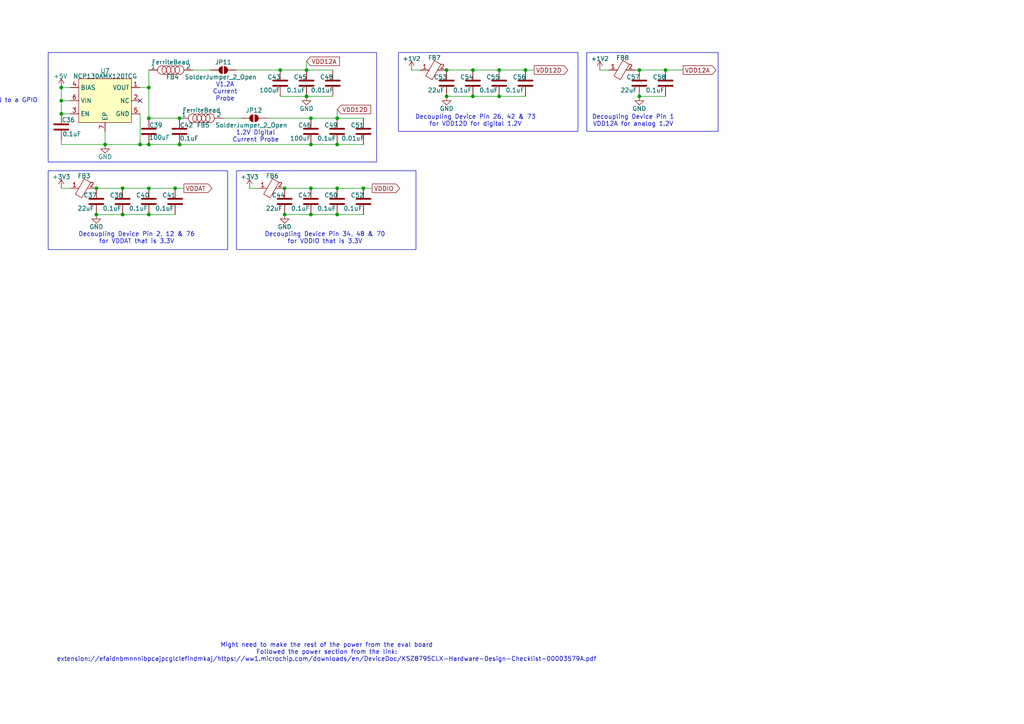
<source format=kicad_sch>
(kicad_sch (version 20250114) (generator "eeschema") (generator_version "9.0")
  (paper "A4")
  (title_block (date "2025-04-01") (rev "1") (company "Bronco Space") (comment 1 "SCALES") (comment 2 "By John Pollak"))
  (lib_symbols
    (symbol "CBW321609U101T_1"
      (property "Reference" "FB" (at 0 -0.254 0))
      (property "Value" "CBW321609U101T" (at 0 -5.08 0))
      (symbol "CBW321609U101T_1_0_1"
        (polyline (pts (xy -1.27 0) (xy -1.2954 0)))
        (polyline (pts (xy -0.4064 -2.7686) (xy -2.2606 -1.7018) (xy 0.3048 2.7686) (xy 2.159 1.6764) (xy -0.4064 -2.7686)))
        (polyline (pts (xy 1.27 0) (xy 1.2192 0)))
      )
      (symbol "CBW321609U101T_1_1_1"
        (pin unspecified line (at -3.81 0 0) (length 2.54) (name "~") (number "1"))
        (pin unspecified line (at 3.81 0 180) (length 2.54) (name "~") (number "2"))
      )
    )
    (symbol "Device:C" (pin_numbers (hide yes)) (pin_names (offset 0.254))
      (property "Reference" "C" (at 0.635 2.54 0))
      (property "Value" "C" (at 0.635 -2.54 0))
      (symbol "C_0_1"
        (polyline (pts (xy -2.032 0.762) (xy 2.032 0.762)) (stroke (width 0.508)))
        (polyline (pts (xy -2.032 -0.762) (xy 2.032 -0.762)) (stroke (width 0.508)))
      )
      (symbol "C_1_1"
        (pin passive line (at 0 3.81 270) (length 2.794) (name "~") (number "1"))
        (pin passive line (at 0 -3.81 90) (length 2.794) (name "~") (number "2"))
      )
    )
    (symbol "FerriteBead_1" (pin_numbers (hide yes)) (pin_names (offset 0))
      (property "Reference" "FB2" (at 0 2.032 0))
      (property "Value" "FerriteBead" (at 0.254 -2.286 0))
      (symbol "FerriteBead_1_0_1"
        (circle (center -2.54 0) (radius 1.27))
        (circle (center -1.27 0) (radius 1.27))
        (polyline (pts (xy 0 0) (xy -0.0254 0)))
        (circle (center 0 0) (radius 1.27))
        (circle (center 1.27 0) (radius 1.27))
        (polyline (pts (xy 2.54 0) (xy 2.4892 0)))
        (circle (center 2.54 0) (radius 1.27))
      )
      (symbol "FerriteBead_1_1_1"
        (pin passive line (at -6.35 0 0) (length 2.54) (name "1") (number "1"))
        (pin passive line (at 6.35 0 180) (length 2.54) (name "2") (number "2"))
      )
    )
    (symbol "SolderJumper_2_Open_1" (pin_numbers (hide yes)) (pin_names (offset 0) (hide yes)) (exclude_from_sim yes) (in_bom no)
      (property "Reference" "JP5" (at 0 -2.286 0))
      (property "Value" "SolderJumper_2_Open" (at 0.762 2.032 0))
      (symbol "SolderJumper_2_Open_1_0_1"
        (polyline (pts (xy -0.254 1.016) (xy -0.254 -1.016)))
        (arc (start -0.254 -1.016) (mid -1.2656 0) (end -0.254 1.016))
        (arc (start -0.254 -1.016) (mid -1.2656 0) (end -0.254 1.016) (fill (type outline)))
        (arc (start 0.254 1.016) (mid 1.2656 0) (end 0.254 -1.016))
        (arc (start 0.254 1.016) (mid 1.2656 0) (end 0.254 -1.016) (fill (type outline)))
        (polyline (pts (xy 0.254 1.016) (xy 0.254 -1.016)))
      )
      (symbol "SolderJumper_2_Open_1_1_1"
        (pin passive line (at -3.81 0 0) (length 2.54) (name "A") (number "1"))
        (pin passive line (at 3.81 0 180) (length 2.54) (name "B") (number "2"))
      )
    )
    (symbol "easyeda2kicad_local:NCP130AMX120TCG"
      (property "Reference" "U7" (at 0 9.906 0))
      (property "Value" "NCP130AMX120TCG" (at 0 8.382 0))
      (symbol "NCP130AMX120TCG_0_1"
        (rectangle (start -7.62 7.62) (end 7.62 -5.08) (fill (type background)))
        (pin unspecified line (at -10.16 5.08 0) (length 2.54) (name "BIAS") (number "4"))
        (pin unspecified line (at -10.16 -2.54 0) (length 2.54) (name "EN") (number "3"))
        (pin unspecified line (at 10.16 1.27 180) (length 2.54) (name "NC") (number "2"))
        (pin unspecified line (at 10.16 -2.54 180) (length 2.54) (name "GND") (number "5"))
      )
      (symbol "NCP130AMX120TCG_1_1"
        (pin unspecified line (at -10.16 1.27 0) (length 2.54) (name "VIN") (number "6"))
        (pin unspecified line (at 0 -7.62 90) (length 2.54) (name "EP") (number "7"))
        (pin unspecified line (at 10.16 5.08 180) (length 2.54) (name "VOUT") (number "1"))
      )
    )
    (symbol "power:+5V" (power) (pin_numbers (hide yes)) (pin_names (offset 0) (hide yes))
      (property "Value" "+5V" (at 0 3.556 0))
      (symbol "+5V_0_1"
        (polyline (pts (xy -0.762 1.27) (xy 0 2.54)))
        (polyline (pts (xy 0 2.54) (xy 0.762 1.27)))
        (polyline (pts (xy 0 0) (xy 0 2.54)))
      )
      (symbol "+5V_1_1"
        (pin power_in line (at 0 0 90) (length 0) (name "~") (number "1"))
      )
    )
    (symbol "power:GND" (power) (pin_numbers (hide yes)) (pin_names (offset 0) (hide yes))
      (property "Value" "GND" (at 0 -3.81 0))
      (symbol "GND_0_1"
        (polyline (pts (xy 0 0) (xy 0 -1.27) (xy 1.27 -1.27) (xy 0 -2.54) (xy -1.27 -1.27) (xy 0 -1.27)))
      )
      (symbol "GND_1_1"
        (pin power_in line (at 0 0 270) (length 0) (name "~") (number "1"))
      )
    )
    (symbol "power:VPP" (power) (pin_numbers (hide yes)) (pin_names (offset 0) (hide yes))
      (property "Value" "VPP" (at 0 3.556 0))
      (symbol "VPP_0_1"
        (polyline (pts (xy -0.762 1.27) (xy 0 2.54)))
        (polyline (pts (xy 0 2.54) (xy 0.762 1.27)))
        (polyline (pts (xy 0 0) (xy 0 2.54)))
      )
      (symbol "VPP_1_1"
        (pin power_in line (at 0 0 90) (length 0) (name "~") (number "1"))
      )
    )
  )
  (rectangle (start 170.18 15.24) (end 208.28 38.1))
  (rectangle (start 68.58 49.53) (end 120.65 72.39))
  (rectangle (start 13.97 15.24) (end 109.22 46.99))
  (rectangle (start 13.97 49.53) (end 66.04 72.39))
  (rectangle (start 115.57 15.24) (end 167.64 38.1))
  (text "Decoupling Device Pin 34, 48 & 70\nfor VDDIO that is 3.3V" (at 94.234 69.088 0) (effects (font (size 1.27 1.27))))
  (text "Might need to make the rest of the power from the eval board\nFollowed the power section from the link:\nextension://efaidnbmnnnibpcajpcglclefindmkaj/https://ww1.microchip.com/downloads/en/DeviceDoc/KSZ8795CLX-Hardware-Design-Checklist-00003579A.pdf" (at 94.742 189.23 0) (effects (font (size 1.27 1.27))))
  (text "Decoupling Device Pin 26, 42 & 73\nfor VDD12D for digital 1.2V" (at 137.922 35.052 0) (effects (font (size 1.27 1.27))))
  (text "Decoupling Device Pin 1\nVDD12A for analog 1.2V" (at 183.642 35.052 0) (effects (font (size 1.27 1.27))))
  (text "V1.2A\nCurrent\nProbe" (at 65.278 26.67 0) (effects (font (size 1.27 1.27))))
  (text "1.2V Digital\nCurrent Probe" (at 74.168 39.624 0) (effects (font (size 1.27 1.27))))
  (text "Decoupling Device Pin 2, 12 & 76\nfor VDDAT that is 3.3V" (at 39.624 69.088 0) (effects (font (size 1.27 1.27))))
  (text "tie the EN to a GPIO\n" (at 0.762 29.21 0) (effects (font (size 1.27 1.27))))
  (junction (at 90.17 41.91))
  (junction (at 35.56 62.23))
  (junction (at 43.18 41.91))
  (junction (at 193.04 20.32))
  (junction (at 90.17 34.29))
  (junction (at 152.4 20.32))
  (junction (at 27.94 54.61))
  (junction (at 52.07 34.29))
  (junction (at 82.55 54.61))
  (junction (at 17.78 33.02))
  (junction (at 40.64 41.91))
  (junction (at 17.78 29.21))
  (junction (at 97.79 62.23))
  (junction (at 144.78 27.94))
  (junction (at 90.17 54.61))
  (junction (at 43.18 25.4))
  (junction (at 82.55 62.23))
  (junction (at 88.9 27.94))
  (junction (at 185.42 27.94))
  (junction (at 90.17 62.23))
  (junction (at 27.94 62.23))
  (junction (at 144.78 20.32))
  (junction (at 52.07 41.91))
  (junction (at 129.54 20.32))
  (junction (at 43.18 54.61))
  (junction (at 43.18 34.29))
  (junction (at 185.42 20.32))
  (junction (at 35.56 54.61))
  (junction (at 17.78 25.4))
  (junction (at 97.79 41.91))
  (junction (at 105.41 54.61))
  (junction (at 88.9 20.32))
  (junction (at 129.54 27.94))
  (junction (at 81.28 20.32))
  (junction (at 97.79 34.29))
  (junction (at 30.48 41.91))
  (junction (at 137.16 27.94))
  (junction (at 50.8 54.61))
  (junction (at 43.18 62.23))
  (junction (at 137.16 20.32))
  (junction (at 97.79 54.61))
  (no_connect (at 40.64 29.21))
  (wire (pts (xy 97.79 34.29) (xy 105.41 34.29)))
  (wire (pts (xy 77.47 34.29) (xy 90.17 34.29)))
  (wire (pts (xy 137.16 20.32) (xy 144.78 20.32)))
  (wire (pts (xy 35.56 62.23) (xy 43.18 62.23)))
  (wire (pts (xy 55.88 20.32) (xy 60.96 20.32)))
  (wire (pts (xy 97.79 41.91) (xy 105.41 41.91)))
  (wire (pts (xy 40.64 25.4) (xy 43.18 25.4)))
  (wire (pts (xy 40.64 33.02) (xy 40.64 41.91)))
  (wire (pts (xy 27.94 54.61) (xy 35.56 54.61)))
  (wire (pts (xy 17.78 40.64) (xy 17.78 41.91)))
  (wire (pts (xy 90.17 54.61) (xy 97.79 54.61)))
  (wire (pts (xy 17.78 25.4) (xy 17.78 29.21)))
  (wire (pts (xy 88.9 27.94) (xy 96.52 27.94)))
  (wire (pts (xy 90.17 62.23) (xy 97.79 62.23)))
  (wire (pts (xy 107.95 54.61) (xy 105.41 54.61)))
  (wire (pts (xy 185.42 20.32) (xy 193.04 20.32)))
  (wire (pts (xy 82.55 54.61) (xy 90.17 54.61)))
  (wire (pts (xy 90.17 34.29) (xy 97.79 34.29)))
  (wire (pts (xy 82.55 62.23) (xy 90.17 62.23)))
  (wire (pts (xy 129.54 27.94) (xy 137.16 27.94)))
  (wire (pts (xy 30.48 41.91) (xy 30.48 38.1)))
  (wire (pts (xy 97.79 62.23) (xy 105.41 62.23)))
  (wire (pts (xy 72.39 54.61) (xy 74.93 54.61)))
  (wire (pts (xy 40.64 41.91) (xy 43.18 41.91)))
  (wire (pts (xy 27.94 62.23) (xy 35.56 62.23)))
  (wire (pts (xy 17.78 29.21) (xy 17.78 33.02)))
  (wire (pts (xy 17.78 41.91) (xy 30.48 41.91)))
  (wire (pts (xy 81.28 20.32) (xy 88.9 20.32)))
  (wire (pts (xy 137.16 27.94) (xy 144.78 27.94)))
  (wire (pts (xy 64.77 34.29) (xy 69.85 34.29)))
  (wire (pts (xy 17.78 29.21) (xy 20.32 29.21)))
  (wire (pts (xy 198.12 20.32) (xy 193.04 20.32)))
  (wire (pts (xy 43.18 20.32) (xy 43.18 25.4)))
  (wire (pts (xy 184.15 20.32) (xy 185.42 20.32)))
  (wire (pts (xy 35.56 54.61) (xy 43.18 54.61)))
  (wire (pts (xy 68.58 20.32) (xy 81.28 20.32)))
  (wire (pts (xy 81.28 27.94) (xy 88.9 27.94)))
  (wire (pts (xy 97.79 54.61) (xy 105.41 54.61)))
  (wire (pts (xy 43.18 41.91) (xy 52.07 41.91)))
  (wire (pts (xy 144.78 20.32) (xy 152.4 20.32)))
  (wire (pts (xy 43.18 62.23) (xy 50.8 62.23)))
  (wire (pts (xy 52.07 41.91) (xy 90.17 41.91)))
  (wire (pts (xy 88.9 17.78) (xy 88.9 20.32)))
  (wire (pts (xy 43.18 25.4) (xy 43.18 34.29)))
  (wire (pts (xy 144.78 27.94) (xy 152.4 27.94)))
  (wire (pts (xy 90.17 41.91) (xy 97.79 41.91)))
  (wire (pts (xy 17.78 33.02) (xy 20.32 33.02)))
  (wire (pts (xy 119.38 20.32) (xy 121.92 20.32)))
  (wire (pts (xy 185.42 27.94) (xy 193.04 27.94)))
  (wire (pts (xy 154.94 20.32) (xy 152.4 20.32)))
  (wire (pts (xy 88.9 20.32) (xy 96.52 20.32)))
  (wire (pts (xy 53.34 54.61) (xy 50.8 54.61)))
  (wire (pts (xy 129.54 20.32) (xy 137.16 20.32)))
  (wire (pts (xy 20.32 25.4) (xy 17.78 25.4)))
  (wire (pts (xy 173.99 20.32) (xy 176.53 20.32)))
  (wire (pts (xy 43.18 54.61) (xy 50.8 54.61)))
  (wire (pts (xy 97.79 31.75) (xy 97.79 34.29)))
  (wire (pts (xy 17.78 54.61) (xy 20.32 54.61)))
  (wire (pts (xy 30.48 41.91) (xy 40.64 41.91)))
  (wire (pts (xy 43.18 34.29) (xy 52.07 34.29)))
  (global_label "VDDIO" (shape output) (at 107.95 54.61 0) (property "Intersheetrefs" "${INTERSHEET_REFS}" (effects (hide yes))))
  (global_label "VDD12A" (shape output) (at 198.12 20.32 0) (property "Intersheetrefs" "${INTERSHEET_REFS}" (effects (hide yes))))
  (global_label "VDD12D" (shape input) (at 97.79 31.75 0) (property "Intersheetrefs" "${INTERSHEET_REFS}" (effects (hide yes))))
  (global_label "VDD12D" (shape output) (at 154.94 20.32 0) (property "Intersheetrefs" "${INTERSHEET_REFS}" (effects (hide yes))))
  (global_label "VDDAT" (shape output) (at 53.34 54.61 0) (property "Intersheetrefs" "${INTERSHEET_REFS}" (effects (hide yes))))
  (global_label "VDD12A" (shape input) (at 88.9 17.78 0) (property "Intersheetrefs" "${INTERSHEET_REFS}" (effects (hide yes))))
  (symbol (lib_id "power:GND") (at 88.9 27.94 0) (unit 1)
    (property "Reference" "#PWR091" (effects (hide yes)))
    (property "Value" "GND" (at 88.9 31.496 0))
    (property "Description" "Power symbol creates a global label with name \"GND\" , ground" (effects (hide yes)))
  )
  (symbol (lib_name "SolderJumper_2_Open_1") (lib_id "Jumper:SolderJumper_2_Open") (at 64.77 20.32 180) (unit 1)
    (property "Reference" "JP11" (at 64.77 18.034 0))
    (property "Value" "SolderJumper_2_Open" (at 64.008 22.352 0))
    (property "Footprint" "Jumper:SolderJumper-2_P1.3mm_Open_RoundedPad1.0x1.5mm" (effects (hide yes)))
    (property "Description" "Solder Jumper, 2-pole, open" (effects (hide yes)))
  )
  (symbol (lib_id "power:GND") (at 129.54 27.94 0) (unit 1)
    (property "Reference" "#PWR093" (effects (hide yes)))
    (property "Value" "GND" (at 129.54 31.496 0))
    (property "Description" "Power symbol creates a global label with name \"GND\" , ground" (effects (hide yes)))
  )
  (symbol (lib_id "Device:C") (at 105.41 38.1 180) (unit 1)
    (property "Reference" "C51" (at 103.632 36.322 0))
    (property "Value" "0.01uF" (at 102.362 40.132 0))
    (property "Footprint" "Capacitor_SMD:C_0402_1005Metric" (effects (hide yes)))
    (property "Description" "Unpolarized capacitor" (effects (hide yes)))
  )
  (symbol (lib_id "Device:C") (at 81.28 24.13 180) (unit 1)
    (property "Reference" "C43" (at 79.502 22.352 0))
    (property "Value" "100uF" (at 78.232 26.162 0))
    (property "Footprint" "Capacitor_SMD:C_0402_1005Metric" (effects (hide yes)))
    (property "Description" "Unpolarized capacitor" (effects (hide yes)))
  )
  (symbol (lib_id "Device:C") (at 96.52 24.13 180) (unit 1)
    (property "Reference" "C48" (at 94.742 22.352 0))
    (property "Value" "0.01uF" (at 93.472 26.162 0))
    (property "Footprint" "Capacitor_SMD:C_0402_1005Metric" (effects (hide yes)))
    (property "Description" "Unpolarized capacitor" (effects (hide yes)))
  )
  (symbol (lib_id "Device:C") (at 152.4 24.13 180) (unit 1)
    (property "Reference" "C56" (at 150.622 22.352 0))
    (property "Value" "0.1uF" (at 149.352 26.162 0))
    (property "Footprint" "Capacitor_SMD:C_0402_1005Metric" (effects (hide yes)))
    (property "Description" "Unpolarized capacitor" (effects (hide yes)))
  )
  (symbol (lib_id "Device:C") (at 105.41 58.42 180) (unit 1)
    (property "Reference" "C52" (at 103.632 56.642 0))
    (property "Value" "0.1uF" (at 102.362 60.452 0))
    (property "Footprint" "Capacitor_SMD:C_0402_1005Metric" (effects (hide yes)))
    (property "Description" "Unpolarized capacitor" (effects (hide yes)))
  )
  (symbol (lib_id "Device:C") (at 97.79 58.42 180) (unit 1)
    (property "Reference" "C50" (at 96.012 56.642 0))
    (property "Value" "0.1uF" (at 94.742 60.452 0))
    (property "Footprint" "Capacitor_SMD:C_0402_1005Metric" (effects (hide yes)))
    (property "Description" "Unpolarized capacitor" (effects (hide yes)))
  )
  (symbol (lib_id "Device:C") (at 129.54 24.13 180) (unit 1)
    (property "Reference" "C53" (at 127.762 22.352 0))
    (property "Value" "22uF" (at 126.492 26.162 0))
    (property "Footprint" "Capacitor_SMD:C_0402_1005Metric" (effects (hide yes)))
    (property "Description" "Unpolarized capacitor" (effects (hide yes)))
  )
  (symbol (lib_id "Device:C") (at 17.78 36.83 180) (unit 1)
    (property "Reference" "C36" (at 19.812 34.798 0))
    (property "Value" "0.1uF" (at 20.828 38.862 0))
    (property "Footprint" "Capacitor_SMD:C_0402_1005Metric" (effects (hide yes)))
    (property "Description" "Unpolarized capacitor" (effects (hide yes)))
  )
  (symbol (lib_name "CBW321609U101T_1") (lib_id "easyeda2kicad_local:CBW321609U101T") (at 24.13 54.61 0) (unit 1)
    (property "Reference" "FB3" (at 24.384 51.054 0))
    (property "Value" "CBW321609U101T" (effects (hide yes)))
    (property "Footprint" "easyeda2kicad:L1206" (effects (hide yes)))
    (property "Datasheet" "https://lcsc.com/product-detail/Ferrite-Beads-And-Chips_100R-25-at100MHz_C91466.html" (effects (hide yes)))
    (property "LCSC Part" "C91466" (effects (hide yes)))
  )
  (symbol (lib_id "Device:C") (at 88.9 24.13 180) (unit 1)
    (property "Reference" "C45" (at 87.122 22.352 0))
    (property "Value" "0.1uF" (at 85.852 26.162 0))
    (property "Footprint" "Capacitor_SMD:C_0402_1005Metric" (effects (hide yes)))
    (property "Description" "Unpolarized capacitor" (effects (hide yes)))
  )
  (symbol (lib_id "Device:C") (at 193.04 24.13 180) (unit 1)
    (property "Reference" "C58" (at 191.262 22.352 0))
    (property "Value" "0.1uF" (at 189.992 26.162 0))
    (property "Footprint" "Capacitor_SMD:C_0402_1005Metric" (effects (hide yes)))
    (property "Description" "Unpolarized capacitor" (effects (hide yes)))
  )
  (symbol (lib_id "power:GND") (at 30.48 41.91 0) (unit 1)
    (property "Reference" "#PWR088" (effects (hide yes)))
    (property "Value" "GND" (at 30.48 45.466 0))
    (property "Description" "Power symbol creates a global label with name \"GND\" , ground" (effects (hide yes)))
  )
  (symbol (lib_id "Device:C") (at 97.79 38.1 180) (unit 1)
    (property "Reference" "C49" (at 96.012 36.322 0))
    (property "Value" "0.1uF" (at 94.742 40.132 0))
    (property "Footprint" "Capacitor_SMD:C_0402_1005Metric" (effects (hide yes)))
    (property "Description" "Unpolarized capacitor" (effects (hide yes)))
  )
  (symbol (lib_name "FerriteBead_1") (lib_id "Device:FerriteBead") (at 58.42 34.29 0) (unit 1)
    (property "Reference" "FB5" (at 58.928 36.322 0))
    (property "Value" "FerriteBead" (at 58.42 32.004 0))
    (property "Footprint" "Inductor_SMD:L_0603_1608Metric" (effects (hide yes)))
    (property "Description" "Ferrite bead" (effects (hide yes)))
  )
  (symbol (lib_id "Device:C") (at 43.18 58.42 180) (unit 1)
    (property "Reference" "C40" (at 41.402 56.642 0))
    (property "Value" "0.1uF" (at 40.132 60.452 0))
    (property "Footprint" "Capacitor_SMD:C_0402_1005Metric" (effects (hide yes)))
    (property "Description" "Unpolarized capacitor" (effects (hide yes)))
  )
  (symbol (lib_id "power:VPP") (at 173.99 20.32 0) (unit 1)
    (property "Reference" "#PWR094" (effects (hide yes)))
    (property "Value" "+1V2" (at 173.99 17.018 0))
    (property "Description" "Power symbol creates a global label with name \"VPP\"" (effects (hide yes)))
  )
  (symbol (lib_name "FerriteBead_1") (lib_id "Device:FerriteBead") (at 49.53 20.32 0) (unit 1)
    (property "Reference" "FB4" (at 50.038 22.352 0))
    (property "Value" "FerriteBead" (at 49.53 18.034 0))
    (property "Footprint" "Inductor_SMD:L_0603_1608Metric" (effects (hide yes)))
    (property "Description" "Ferrite bead" (effects (hide yes)))
  )
  (symbol (lib_id "Device:C") (at 27.94 58.42 180) (unit 1)
    (property "Reference" "C37" (at 26.162 56.642 0))
    (property "Value" "22uF" (at 24.892 60.452 0))
    (property "Footprint" "Capacitor_SMD:C_0402_1005Metric" (effects (hide yes)))
    (property "Description" "Unpolarized capacitor" (effects (hide yes)))
  )
  (symbol (lib_id "Device:C") (at 35.56 58.42 180) (unit 1)
    (property "Reference" "C38" (at 33.782 56.642 0))
    (property "Value" "0.1uF" (at 32.512 60.452 0))
    (property "Footprint" "Capacitor_SMD:C_0402_1005Metric" (effects (hide yes)))
    (property "Description" "Unpolarized capacitor" (effects (hide yes)))
  )
  (symbol (lib_id "power:GND") (at 27.94 62.23 0) (unit 1)
    (property "Reference" "#PWR087" (effects (hide yes)))
    (property "Value" "GND" (at 27.94 65.786 0))
    (property "Description" "Power symbol creates a global label with name \"GND\" , ground" (effects (hide yes)))
  )
  (symbol (lib_id "Device:C") (at 90.17 58.42 180) (unit 1)
    (property "Reference" "C47" (at 88.392 56.642 0))
    (property "Value" "0.1uF" (at 87.122 60.452 0))
    (property "Footprint" "Capacitor_SMD:C_0402_1005Metric" (effects (hide yes)))
    (property "Description" "Unpolarized capacitor" (effects (hide yes)))
  )
  (symbol (lib_id "Device:C") (at 50.8 58.42 180) (unit 1)
    (property "Reference" "C41" (at 49.022 56.642 0))
    (property "Value" "0.1uF" (at 47.752 60.452 0))
    (property "Footprint" "Capacitor_SMD:C_0402_1005Metric" (effects (hide yes)))
    (property "Description" "Unpolarized capacitor" (effects (hide yes)))
  )
  (symbol (lib_id "Device:C") (at 185.42 24.13 180) (unit 1)
    (property "Reference" "C57" (at 183.642 22.352 0))
    (property "Value" "22uF" (at 182.372 26.162 0))
    (property "Footprint" "Capacitor_SMD:C_0402_1005Metric" (effects (hide yes)))
    (property "Description" "Unpolarized capacitor" (effects (hide yes)))
  )
  (symbol (lib_id "easyeda2kicad_local:NCP130AMX120TCG") (at 30.48 30.48 0) (unit 1)
    (property "Reference" "U7" (at 30.48 20.574 0))
    (property "Value" "NCP130AMX120TCG" (at 30.48 22.098 0))
    (property "Footprint" "easyeda2kicad:XDFN-6_L1.2-W1.2-P0.40-BL-EP" (effects (hide yes)))
    (property "Datasheet" "https://www.lcsc.com/product-detail/Voltage-Regulators-Linear-Low-Drop-Out-LDO-Regulators_onsemi-NCP130AMX120TCG_C892096.html" (effects (hide yes)))
    (property "LCSC Part" "C892096" (effects (hide yes)))
  )
  (symbol (lib_id "Device:C") (at 52.07 38.1 180) (unit 1)
    (property "Reference" "C42" (at 54.102 36.322 0))
    (property "Value" "0.1uF" (at 54.864 40.132 0))
    (property "Footprint" "Capacitor_SMD:C_0402_1005Metric" (effects (hide yes)))
    (property "Description" "Unpolarized capacitor" (effects (hide yes)))
  )
  (symbol (lib_name "CBW321609U101T_1") (lib_id "easyeda2kicad_local:CBW321609U101T") (at 78.74 54.61 0) (unit 1)
    (property "Reference" "FB6" (at 78.994 51.054 0))
    (property "Value" "CBW321609U101T" (effects (hide yes)))
    (property "Footprint" "easyeda2kicad:L1206" (effects (hide yes)))
    (property "Datasheet" "https://lcsc.com/product-detail/Ferrite-Beads-And-Chips_100R-25-at100MHz_C91466.html" (effects (hide yes)))
    (property "LCSC Part" "C91466" (effects (hide yes)))
  )
  (symbol (lib_name "SolderJumper_2_Open_1") (lib_id "Jumper:SolderJumper_2_Open") (at 73.66 34.29 180) (unit 1)
    (property "Reference" "JP12" (at 73.66 32.004 0))
    (property "Value" "SolderJumper_2_Open" (at 72.898 36.322 0))
    (property "Footprint" "Jumper:SolderJumper-2_P1.3mm_Open_RoundedPad1.0x1.5mm" (effects (hide yes)))
    (property "Description" "Solder Jumper, 2-pole, open" (effects (hide yes)))
  )
  (symbol (lib_id "power:GND") (at 185.42 27.94 0) (unit 1)
    (property "Reference" "#PWR095" (effects (hide yes)))
    (property "Value" "GND" (at 185.42 31.496 0))
    (property "Description" "Power symbol creates a global label with name \"GND\" , ground" (effects (hide yes)))
  )
  (symbol (lib_id "power:+5V") (at 17.78 25.4 0) (unit 1)
    (property "Reference" "#PWR085" (effects (hide yes)))
    (property "Value" "+5V" (at 17.526 22.098 0))
    (property "Description" "Power symbol creates a global label with name \"+5V\"" (effects (hide yes)))
  )
  (symbol (lib_id "Device:C") (at 90.17 38.1 180) (unit 1)
    (property "Reference" "C46" (at 88.392 36.322 0))
    (property "Value" "100uF" (at 87.122 40.132 0))
    (property "Footprint" "Capacitor_SMD:C_0402_1005Metric" (effects (hide yes)))
    (property "Description" "Unpolarized capacitor" (effects (hide yes)))
  )
  (symbol (lib_name "CBW321609U101T_1") (lib_id "easyeda2kicad_local:CBW321609U101T") (at 125.73 20.32 0) (unit 1)
    (property "Reference" "FB7" (at 125.984 16.764 0))
    (property "Value" "CBW321609U101T" (effects (hide yes)))
    (property "Footprint" "easyeda2kicad:L1206" (effects (hide yes)))
    (property "Datasheet" "https://lcsc.com/product-detail/Ferrite-Beads-And-Chips_100R-25-at100MHz_C91466.html" (effects (hide yes)))
    (property "LCSC Part" "C91466" (effects (hide yes)))
  )
  (symbol (lib_id "power:VPP") (at 17.78 54.61 0) (unit 1)
    (property "Reference" "#PWR086" (effects (hide yes)))
    (property "Value" "+3V3" (at 17.78 51.308 0))
    (property "Description" "Power symbol creates a global label with name \"VPP\"" (effects (hide yes)))
  )
  (symbol (lib_name "CBW321609U101T_1") (lib_id "easyeda2kicad_local:CBW321609U101T") (at 180.34 20.32 0) (unit 1)
    (property "Reference" "FB8" (at 180.594 16.764 0))
    (property "Value" "CBW321609U101T" (effects (hide yes)))
    (property "Footprint" "easyeda2kicad:L1206" (effects (hide yes)))
    (property "Datasheet" "https://lcsc.com/product-detail/Ferrite-Beads-And-Chips_100R-25-at100MHz_C91466.html" (effects (hide yes)))
    (property "LCSC Part" "C91466" (effects (hide yes)))
  )
  (symbol (lib_id "power:VPP") (at 119.38 20.32 0) (unit 1)
    (property "Reference" "#PWR092" (effects (hide yes)))
    (property "Value" "+1V2" (at 119.38 17.018 0))
    (property "Description" "Power symbol creates a global label with name \"VPP\"" (effects (hide yes)))
  )
  (symbol (lib_id "Device:C") (at 82.55 58.42 180) (unit 1)
    (property "Reference" "C44" (at 80.772 56.642 0))
    (property "Value" "22uF" (at 79.502 60.452 0))
    (property "Footprint" "Capacitor_SMD:C_0402_1005Metric" (effects (hide yes)))
    (property "Description" "Unpolarized capacitor" (effects (hide yes)))
  )
  (symbol (lib_id "power:GND") (at 82.55 62.23 0) (unit 1)
    (property "Reference" "#PWR090" (effects (hide yes)))
    (property "Value" "GND" (at 82.55 65.786 0))
    (property "Description" "Power symbol creates a global label with name \"GND\" , ground" (effects (hide yes)))
  )
  (symbol (lib_id "Device:C") (at 43.18 38.1 180) (unit 1)
    (property "Reference" "C39" (at 45.212 36.322 0))
    (property "Value" "100uF" (at 46.228 39.878 0))
    (property "Footprint" "Capacitor_SMD:C_0402_1005Metric" (effects (hide yes)))
    (property "Description" "Unpolarized capacitor" (effects (hide yes)))
  )
  (symbol (lib_id "power:VPP") (at 72.39 54.61 0) (unit 1)
    (property "Reference" "#PWR089" (effects (hide yes)))
    (property "Value" "+3V3" (at 72.39 51.308 0))
    (property "Description" "Power symbol creates a global label with name \"VPP\"" (effects (hide yes)))
  )
  (symbol (lib_id "Device:C") (at 137.16 24.13 180) (unit 1)
    (property "Reference" "C54" (at 135.382 22.352 0))
    (property "Value" "0.1uF" (at 134.112 26.162 0))
    (property "Footprint" "Capacitor_SMD:C_0402_1005Metric" (effects (hide yes)))
    (property "Description" "Unpolarized capacitor" (effects (hide yes)))
  )
  (symbol (lib_id "Device:C") (at 144.78 24.13 180) (unit 1)
    (property "Reference" "C55" (at 143.002 22.352 0))
    (property "Value" "0.1uF" (at 141.732 26.162 0))
    (property "Footprint" "Capacitor_SMD:C_0402_1005Metric" (effects (hide yes)))
    (property "Description" "Unpolarized capacitor" (effects (hide yes)))
  )
)
</source>
